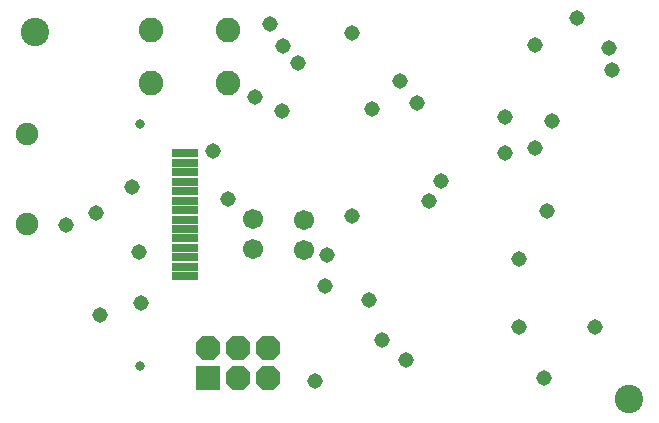
<source format=gbs>
G75*
%MOIN*%
%OFA0B0*%
%FSLAX25Y25*%
%IPPOS*%
%LPD*%
%AMOC8*
5,1,8,0,0,1.08239X$1,22.5*
%
%ADD10C,0.09461*%
%ADD11R,0.08674X0.02769*%
%ADD12C,0.03162*%
%ADD13R,0.08200X0.08200*%
%ADD14OC8,0.08200*%
%ADD15C,0.08200*%
%ADD16C,0.06700*%
%ADD17C,0.06600*%
%ADD18C,0.07531*%
%ADD19C,0.05162*%
D10*
X0031697Y0146957D03*
X0229799Y0024559D03*
D11*
X0081693Y0065382D03*
X0081693Y0068531D03*
X0081693Y0071681D03*
X0081693Y0074831D03*
X0081693Y0077980D03*
X0081693Y0081130D03*
X0081693Y0084280D03*
X0081693Y0087429D03*
X0081693Y0090579D03*
X0081693Y0093728D03*
X0081693Y0096878D03*
X0081693Y0100028D03*
X0081693Y0103177D03*
X0081693Y0106327D03*
D12*
X0066732Y0035461D03*
X0066732Y0115972D03*
D13*
X0089374Y0031500D03*
D14*
X0099374Y0031500D03*
X0109374Y0031500D03*
X0109374Y0041500D03*
X0099374Y0041500D03*
X0089374Y0041500D03*
D15*
X0095938Y0129710D03*
X0070338Y0129710D03*
X0070338Y0147510D03*
X0095938Y0147510D03*
D16*
X0104500Y0084500D03*
X0104500Y0074500D03*
X0121303Y0074240D03*
X0121303Y0084240D03*
D17*
X0121303Y0084240D03*
X0121303Y0074240D03*
X0104500Y0074500D03*
X0104500Y0084500D03*
D18*
X0029102Y0082728D03*
X0029102Y0112728D03*
D19*
X0064000Y0095000D03*
X0052000Y0086500D03*
X0042000Y0082500D03*
X0066500Y0073500D03*
X0067000Y0056500D03*
X0053500Y0052500D03*
X0096000Y0091000D03*
X0091000Y0107000D03*
X0114000Y0120500D03*
X0105000Y0125000D03*
X0119500Y0136500D03*
X0114500Y0142000D03*
X0110000Y0149500D03*
X0137500Y0146500D03*
X0153500Y0130500D03*
X0159000Y0123000D03*
X0144000Y0121000D03*
X0167000Y0097000D03*
X0163000Y0090500D03*
X0137500Y0085500D03*
X0129000Y0072500D03*
X0128500Y0062000D03*
X0143000Y0057500D03*
X0147500Y0044000D03*
X0155500Y0037500D03*
X0125000Y0030500D03*
X0193000Y0048500D03*
X0218500Y0048500D03*
X0201500Y0031500D03*
X0193000Y0071000D03*
X0202500Y0087000D03*
X0188500Y0106500D03*
X0198500Y0108000D03*
X0204000Y0117000D03*
X0188500Y0118500D03*
X0224000Y0134000D03*
X0223000Y0141500D03*
X0212500Y0151500D03*
X0198500Y0142500D03*
M02*

</source>
